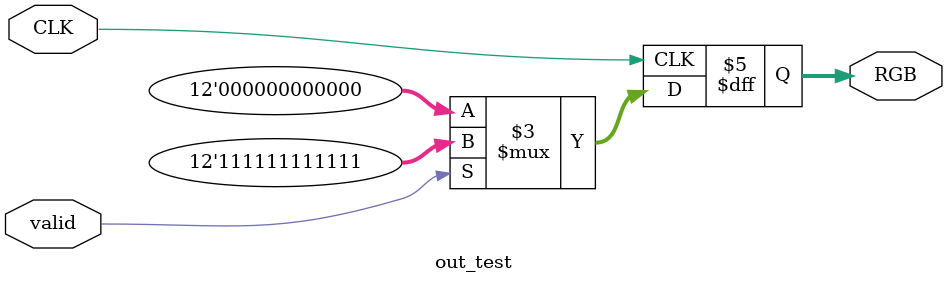
<source format=v>
`timescale 1ns / 1ps


module out_test(
    input valid,
    input CLK,
    output reg [11:0]RGB
    );
    always @ (posedge CLK)
        if(valid)
        RGB<='b1111_1111_1111;
        else
        RGB<=0;
endmodule

</source>
